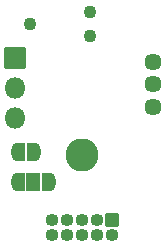
<source format=gbr>
%TF.GenerationSoftware,KiCad,Pcbnew,(6.0.5-0)*%
%TF.CreationDate,2022-12-27T15:40:18-08:00*%
%TF.ProjectId,talonsrx-enc-aeat-6600,74616c6f-6e73-4727-982d-656e632d6165,rev?*%
%TF.SameCoordinates,PX9157080PY6d01460*%
%TF.FileFunction,Soldermask,Top*%
%TF.FilePolarity,Negative*%
%FSLAX46Y46*%
G04 Gerber Fmt 4.6, Leading zero omitted, Abs format (unit mm)*
G04 Created by KiCad (PCBNEW (6.0.5-0)) date 2022-12-27 15:40:18*
%MOMM*%
%LPD*%
G01*
G04 APERTURE LIST*
G04 Aperture macros list*
%AMRoundRect*
0 Rectangle with rounded corners*
0 $1 Rounding radius*
0 $2 $3 $4 $5 $6 $7 $8 $9 X,Y pos of 4 corners*
0 Add a 4 corners polygon primitive as box body*
4,1,4,$2,$3,$4,$5,$6,$7,$8,$9,$2,$3,0*
0 Add four circle primitives for the rounded corners*
1,1,$1+$1,$2,$3*
1,1,$1+$1,$4,$5*
1,1,$1+$1,$6,$7*
1,1,$1+$1,$8,$9*
0 Add four rect primitives between the rounded corners*
20,1,$1+$1,$2,$3,$4,$5,0*
20,1,$1+$1,$4,$5,$6,$7,0*
20,1,$1+$1,$6,$7,$8,$9,0*
20,1,$1+$1,$8,$9,$2,$3,0*%
%AMFreePoly0*
4,1,37,0.536062,0.786062,0.551000,0.750000,0.551000,-0.750000,0.536062,-0.786062,0.500000,-0.801000,0.000000,-0.801000,-0.012525,-0.795812,-0.080875,-0.794559,-0.095149,-0.792248,-0.230464,-0.749973,-0.243516,-0.743747,-0.361526,-0.665192,-0.372306,-0.655554,-0.463526,-0.547035,-0.471167,-0.534759,-0.528262,-0.405000,-0.532150,-0.391073,-0.549733,-0.256613,-0.548336,-0.256430,-0.551000,-0.250000,
-0.551000,0.250000,-0.550512,0.251179,-0.550356,0.263956,-0.528545,0.404033,-0.524317,0.417860,-0.464069,0.546185,-0.456130,0.558271,-0.362286,0.664529,-0.351274,0.673901,-0.231379,0.749549,-0.218180,0.755454,-0.081873,0.794411,-0.067546,0.796373,-0.011990,0.796033,0.000000,0.801000,0.500000,0.801000,0.536062,0.786062,0.536062,0.786062,$1*%
%AMFreePoly1*
4,1,37,0.012349,0.795885,0.074216,0.795507,0.088518,0.793370,0.224339,0.752751,0.237465,0.746685,0.356427,0.669578,0.367324,0.660073,0.459862,0.552676,0.467652,0.540494,0.526329,0.411442,0.530388,0.397563,0.550485,0.257230,0.551000,0.250000,0.551000,-0.250000,0.550996,-0.250622,0.550847,-0.262838,0.550144,-0.270677,0.526624,-0.410478,0.522228,-0.424254,0.460416,-0.551833,
0.452330,-0.563821,0.357195,-0.668925,0.346069,-0.678161,0.225259,-0.752338,0.211989,-0.758081,0.075216,-0.795370,0.060866,-0.797157,0.011464,-0.796251,0.000000,-0.801000,-0.500000,-0.801000,-0.536062,-0.786062,-0.551000,-0.750000,-0.551000,0.750000,-0.536062,0.786062,-0.500000,0.801000,0.000000,0.801000,0.012349,0.795885,0.012349,0.795885,$1*%
%AMFreePoly2*
4,1,37,0.012349,0.795885,0.074216,0.795507,0.088518,0.793370,0.224339,0.752751,0.237465,0.746685,0.356427,0.669578,0.367324,0.660073,0.459862,0.552676,0.467652,0.540494,0.526329,0.411442,0.530388,0.397563,0.550485,0.257230,0.551000,0.250000,0.551000,-0.250000,0.550996,-0.250622,0.550847,-0.262838,0.550144,-0.270677,0.526624,-0.410478,0.522228,-0.424254,0.460416,-0.551833,
0.452330,-0.563821,0.357195,-0.668925,0.346069,-0.678161,0.225259,-0.752338,0.211989,-0.758081,0.075216,-0.795370,0.060866,-0.797157,0.011464,-0.796251,0.000000,-0.801000,-0.550000,-0.801000,-0.586062,-0.786062,-0.601000,-0.750000,-0.601000,0.750000,-0.586062,0.786062,-0.550000,0.801000,0.000000,0.801000,0.012349,0.795885,0.012349,0.795885,$1*%
%AMFreePoly3*
4,1,37,0.586062,0.786062,0.601000,0.750000,0.601000,-0.750000,0.586062,-0.786062,0.550000,-0.801000,0.000000,-0.801000,-0.012525,-0.795812,-0.080875,-0.794559,-0.095149,-0.792248,-0.230464,-0.749973,-0.243516,-0.743747,-0.361526,-0.665192,-0.372306,-0.655554,-0.463526,-0.547035,-0.471167,-0.534759,-0.528262,-0.405000,-0.532150,-0.391073,-0.549733,-0.256613,-0.548336,-0.256430,-0.551000,-0.250000,
-0.551000,0.250000,-0.550512,0.251179,-0.550356,0.263956,-0.528545,0.404033,-0.524317,0.417860,-0.464069,0.546185,-0.456130,0.558271,-0.362286,0.664529,-0.351274,0.673901,-0.231379,0.749549,-0.218180,0.755454,-0.081873,0.794411,-0.067546,0.796373,-0.011990,0.796033,0.000000,0.801000,0.550000,0.801000,0.586062,0.786062,0.586062,0.786062,$1*%
G04 Aperture macros list end*
%ADD10FreePoly0,0.000000*%
%ADD11FreePoly1,0.000000*%
%ADD12O,1.802000X1.802000*%
%ADD13RoundRect,0.051000X-0.850000X-0.850000X0.850000X-0.850000X0.850000X0.850000X-0.850000X0.850000X0*%
%ADD14C,2.802000*%
%ADD15RoundRect,0.051000X-0.500000X0.500000X-0.500000X-0.500000X0.500000X-0.500000X0.500000X0.500000X0*%
%ADD16O,1.102000X1.102000*%
%ADD17FreePoly2,0.000000*%
%ADD18RoundRect,0.051000X-0.500000X-0.750000X0.500000X-0.750000X0.500000X0.750000X-0.500000X0.750000X0*%
%ADD19FreePoly3,0.000000*%
%ADD20C,1.452000*%
%ADD21C,1.090060*%
%ADD22C,1.087520*%
G04 APERTURE END LIST*
D10*
%TO.C,JP2*%
X2525000Y9842500D03*
D11*
X3825000Y9842500D03*
%TD*%
D12*
%TO.C,J3*%
X2222500Y12700000D03*
X2222500Y15240000D03*
D13*
X2222500Y17780000D03*
%TD*%
D14*
%TO.C,H1*%
X7937500Y9575800D03*
%TD*%
D15*
%TO.C,J1*%
X10477500Y4117500D03*
D16*
X10477500Y2847500D03*
X9207500Y4117500D03*
X9207500Y2847500D03*
X7937500Y4117500D03*
X7937500Y2847500D03*
X6667500Y4117500D03*
X6667500Y2847500D03*
X5397500Y4117500D03*
X5397500Y2847500D03*
%TD*%
D17*
%TO.C,JP1*%
X5110000Y7302500D03*
D18*
X3810000Y7302500D03*
D19*
X2510000Y7302500D03*
%TD*%
D20*
%TO.C,D3*%
X13970000Y15557500D03*
%TD*%
%TO.C,D2*%
X13970000Y17462500D03*
%TD*%
D21*
%TO.C,J2*%
X3492500Y20637500D03*
D22*
X8572500Y19621500D03*
X8572500Y21653500D03*
%TD*%
D20*
%TO.C,D1*%
X13970000Y13652500D03*
%TD*%
M02*

</source>
